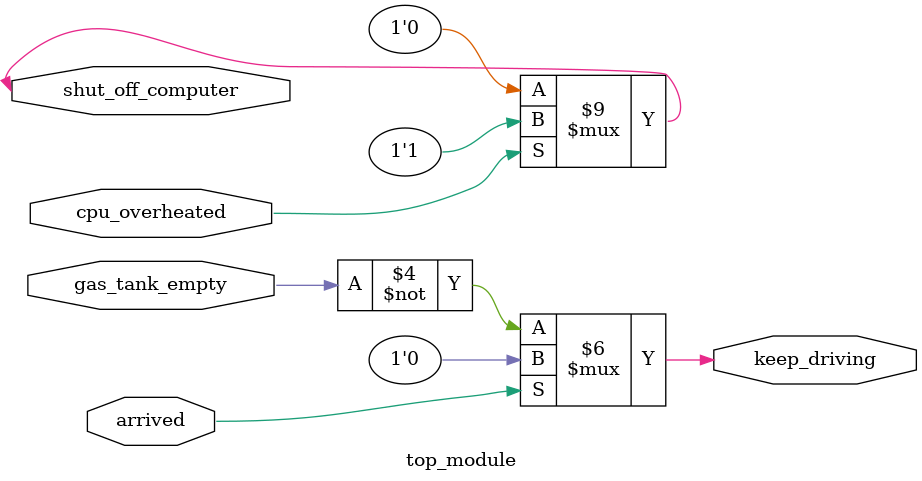
<source format=sv>
module top_module (
	input cpu_overheated,
	output reg shut_off_computer,
	input arrived,
	input gas_tank_empty,
	output reg keep_driving,
	input shut_off_computer // Duplicate input, potentially a typo. Removing it in the correct module.
);

    // Control shut_off_computer output
    always @(*) begin
        if (cpu_overheated) begin
            shut_off_computer = 1;
        end else begin
            shut_off_computer = 0;
        end
    end

    // Control keep_driving output
    always @(*) begin
        if (!arrived) begin
            keep_driving = ~gas_tank_empty;
        end else begin
            keep_driving = 0;
        end
    end

endmodule

</source>
